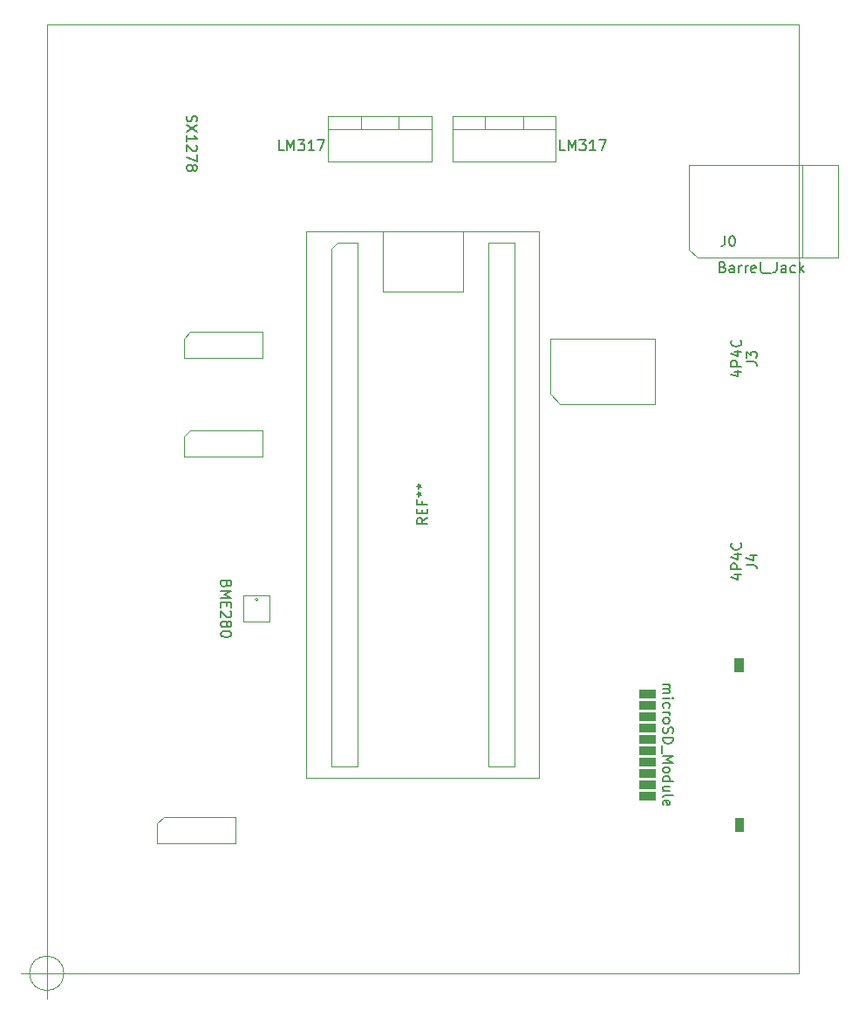
<source format=gbr>
%TF.GenerationSoftware,KiCad,Pcbnew,(6.0.4)*%
%TF.CreationDate,2023-07-19T00:07:21+07:00*%
%TF.ProjectId,05-Prototype-UpdatedComponents,30352d50-726f-4746-9f74-7970652d5570,rev?*%
%TF.SameCoordinates,PX66ff300PY8b3c880*%
%TF.FileFunction,AssemblyDrawing,Top*%
%FSLAX46Y46*%
G04 Gerber Fmt 4.6, Leading zero omitted, Abs format (unit mm)*
G04 Created by KiCad (PCBNEW (6.0.4)) date 2023-07-19 00:07:21*
%MOMM*%
%LPD*%
G01*
G04 APERTURE LIST*
%TA.AperFunction,Profile*%
%ADD10C,0.100000*%
%TD*%
%ADD11C,0.150000*%
%ADD12C,0.120000*%
%ADD13C,0.100000*%
G04 APERTURE END LIST*
D10*
X1666666Y0D02*
G75*
G03*
X1666666Y0I-1666666J0D01*
G01*
X-2500000Y0D02*
X2500000Y0D01*
X0Y2500000D02*
X0Y-2500000D01*
X0Y92000000D02*
X73000000Y92000000D01*
X73000000Y92000000D02*
X73000000Y0D01*
X73000000Y0D02*
X0Y0D01*
X0Y0D02*
X0Y92000000D01*
D11*
%TO.C,U7*%
X17436428Y37763953D02*
X17388809Y37621096D01*
X17341190Y37573477D01*
X17245952Y37525858D01*
X17103095Y37525858D01*
X17007857Y37573477D01*
X16960238Y37621096D01*
X16912619Y37716334D01*
X16912619Y38097286D01*
X17912619Y38097286D01*
X17912619Y37763953D01*
X17865000Y37668715D01*
X17817380Y37621096D01*
X17722142Y37573477D01*
X17626904Y37573477D01*
X17531666Y37621096D01*
X17484047Y37668715D01*
X17436428Y37763953D01*
X17436428Y38097286D01*
X16912619Y37097286D02*
X17912619Y37097286D01*
X17198333Y36763953D01*
X17912619Y36430620D01*
X16912619Y36430620D01*
X17436428Y35954429D02*
X17436428Y35621096D01*
X16912619Y35478239D02*
X16912619Y35954429D01*
X17912619Y35954429D01*
X17912619Y35478239D01*
X17817380Y35097286D02*
X17865000Y35049667D01*
X17912619Y34954429D01*
X17912619Y34716334D01*
X17865000Y34621096D01*
X17817380Y34573477D01*
X17722142Y34525858D01*
X17626904Y34525858D01*
X17484047Y34573477D01*
X16912619Y35144905D01*
X16912619Y34525858D01*
X17484047Y33954429D02*
X17531666Y34049667D01*
X17579285Y34097286D01*
X17674523Y34144905D01*
X17722142Y34144905D01*
X17817380Y34097286D01*
X17865000Y34049667D01*
X17912619Y33954429D01*
X17912619Y33763953D01*
X17865000Y33668715D01*
X17817380Y33621096D01*
X17722142Y33573477D01*
X17674523Y33573477D01*
X17579285Y33621096D01*
X17531666Y33668715D01*
X17484047Y33763953D01*
X17484047Y33954429D01*
X17436428Y34049667D01*
X17388809Y34097286D01*
X17293571Y34144905D01*
X17103095Y34144905D01*
X17007857Y34097286D01*
X16960238Y34049667D01*
X16912619Y33954429D01*
X16912619Y33763953D01*
X16960238Y33668715D01*
X17007857Y33621096D01*
X17103095Y33573477D01*
X17293571Y33573477D01*
X17388809Y33621096D01*
X17436428Y33668715D01*
X17484047Y33763953D01*
X17912619Y32954429D02*
X17912619Y32859191D01*
X17865000Y32763953D01*
X17817380Y32716334D01*
X17722142Y32668715D01*
X17531666Y32621096D01*
X17293571Y32621096D01*
X17103095Y32668715D01*
X17007857Y32716334D01*
X16960238Y32763953D01*
X16912619Y32859191D01*
X16912619Y32954429D01*
X16960238Y33049667D01*
X17007857Y33097286D01*
X17103095Y33144905D01*
X17293571Y33192524D01*
X17531666Y33192524D01*
X17722142Y33144905D01*
X17817380Y33097286D01*
X17865000Y33049667D01*
X17912619Y32954429D01*
%TO.C,U5*%
X13642238Y83166667D02*
X13594619Y83023810D01*
X13594619Y82785715D01*
X13642238Y82690477D01*
X13689857Y82642858D01*
X13785095Y82595239D01*
X13880333Y82595239D01*
X13975571Y82642858D01*
X14023190Y82690477D01*
X14070809Y82785715D01*
X14118428Y82976191D01*
X14166047Y83071429D01*
X14213666Y83119048D01*
X14308904Y83166667D01*
X14404142Y83166667D01*
X14499380Y83119048D01*
X14547000Y83071429D01*
X14594619Y82976191D01*
X14594619Y82738096D01*
X14547000Y82595239D01*
X14594619Y82261905D02*
X13594619Y81595239D01*
X14594619Y81595239D02*
X13594619Y82261905D01*
X13594619Y80690477D02*
X13594619Y81261905D01*
X13594619Y80976191D02*
X14594619Y80976191D01*
X14451761Y81071429D01*
X14356523Y81166667D01*
X14308904Y81261905D01*
X14499380Y80309524D02*
X14547000Y80261905D01*
X14594619Y80166667D01*
X14594619Y79928572D01*
X14547000Y79833334D01*
X14499380Y79785715D01*
X14404142Y79738096D01*
X14308904Y79738096D01*
X14166047Y79785715D01*
X13594619Y80357143D01*
X13594619Y79738096D01*
X14594619Y79404762D02*
X14594619Y78738096D01*
X13594619Y79166667D01*
X14166047Y78214286D02*
X14213666Y78309524D01*
X14261285Y78357143D01*
X14356523Y78404762D01*
X14404142Y78404762D01*
X14499380Y78357143D01*
X14547000Y78309524D01*
X14594619Y78214286D01*
X14594619Y78023810D01*
X14547000Y77928572D01*
X14499380Y77880953D01*
X14404142Y77833334D01*
X14356523Y77833334D01*
X14261285Y77880953D01*
X14213666Y77928572D01*
X14166047Y78023810D01*
X14166047Y78214286D01*
X14118428Y78309524D01*
X14070809Y78357143D01*
X13975571Y78404762D01*
X13785095Y78404762D01*
X13689857Y78357143D01*
X13642238Y78309524D01*
X13594619Y78214286D01*
X13594619Y78023810D01*
X13642238Y77928572D01*
X13689857Y77880953D01*
X13785095Y77833334D01*
X13975571Y77833334D01*
X14070809Y77880953D01*
X14118428Y77928572D01*
X14166047Y78023810D01*
%TO.C,U3*%
X59822619Y28008334D02*
X60489285Y28008334D01*
X60394047Y28008334D02*
X60441666Y27960715D01*
X60489285Y27865477D01*
X60489285Y27722620D01*
X60441666Y27627381D01*
X60346428Y27579762D01*
X59822619Y27579762D01*
X60346428Y27579762D02*
X60441666Y27532143D01*
X60489285Y27436905D01*
X60489285Y27294048D01*
X60441666Y27198810D01*
X60346428Y27151191D01*
X59822619Y27151191D01*
X59822619Y26675000D02*
X60489285Y26675000D01*
X60822619Y26675000D02*
X60775000Y26722620D01*
X60727380Y26675000D01*
X60775000Y26627381D01*
X60822619Y26675000D01*
X60727380Y26675000D01*
X59870238Y25770239D02*
X59822619Y25865477D01*
X59822619Y26055953D01*
X59870238Y26151191D01*
X59917857Y26198810D01*
X60013095Y26246429D01*
X60298809Y26246429D01*
X60394047Y26198810D01*
X60441666Y26151191D01*
X60489285Y26055953D01*
X60489285Y25865477D01*
X60441666Y25770239D01*
X59822619Y25341667D02*
X60489285Y25341667D01*
X60298809Y25341667D02*
X60394047Y25294048D01*
X60441666Y25246429D01*
X60489285Y25151191D01*
X60489285Y25055953D01*
X59822619Y24579762D02*
X59870238Y24675000D01*
X59917857Y24722620D01*
X60013095Y24770239D01*
X60298809Y24770239D01*
X60394047Y24722620D01*
X60441666Y24675000D01*
X60489285Y24579762D01*
X60489285Y24436905D01*
X60441666Y24341667D01*
X60394047Y24294048D01*
X60298809Y24246429D01*
X60013095Y24246429D01*
X59917857Y24294048D01*
X59870238Y24341667D01*
X59822619Y24436905D01*
X59822619Y24579762D01*
X59870238Y23865477D02*
X59822619Y23722620D01*
X59822619Y23484524D01*
X59870238Y23389286D01*
X59917857Y23341667D01*
X60013095Y23294048D01*
X60108333Y23294048D01*
X60203571Y23341667D01*
X60251190Y23389286D01*
X60298809Y23484524D01*
X60346428Y23675000D01*
X60394047Y23770239D01*
X60441666Y23817858D01*
X60536904Y23865477D01*
X60632142Y23865477D01*
X60727380Y23817858D01*
X60775000Y23770239D01*
X60822619Y23675000D01*
X60822619Y23436905D01*
X60775000Y23294048D01*
X59822619Y22865477D02*
X60822619Y22865477D01*
X60822619Y22627381D01*
X60775000Y22484524D01*
X60679761Y22389286D01*
X60584523Y22341667D01*
X60394047Y22294048D01*
X60251190Y22294048D01*
X60060714Y22341667D01*
X59965476Y22389286D01*
X59870238Y22484524D01*
X59822619Y22627381D01*
X59822619Y22865477D01*
X59727380Y22103572D02*
X59727380Y21341667D01*
X59822619Y21103572D02*
X60822619Y21103572D01*
X60108333Y20770239D01*
X60822619Y20436905D01*
X59822619Y20436905D01*
X59822619Y19817858D02*
X59870238Y19913096D01*
X59917857Y19960715D01*
X60013095Y20008334D01*
X60298809Y20008334D01*
X60394047Y19960715D01*
X60441666Y19913096D01*
X60489285Y19817858D01*
X60489285Y19675000D01*
X60441666Y19579762D01*
X60394047Y19532143D01*
X60298809Y19484524D01*
X60013095Y19484524D01*
X59917857Y19532143D01*
X59870238Y19579762D01*
X59822619Y19675000D01*
X59822619Y19817858D01*
X59822619Y18627381D02*
X60822619Y18627381D01*
X59870238Y18627381D02*
X59822619Y18722620D01*
X59822619Y18913096D01*
X59870238Y19008334D01*
X59917857Y19055953D01*
X60013095Y19103572D01*
X60298809Y19103572D01*
X60394047Y19055953D01*
X60441666Y19008334D01*
X60489285Y18913096D01*
X60489285Y18722620D01*
X60441666Y18627381D01*
X60489285Y17722620D02*
X59822619Y17722620D01*
X60489285Y18151191D02*
X59965476Y18151191D01*
X59870238Y18103572D01*
X59822619Y18008334D01*
X59822619Y17865477D01*
X59870238Y17770239D01*
X59917857Y17722620D01*
X59822619Y17103572D02*
X59870238Y17198810D01*
X59965476Y17246429D01*
X60822619Y17246429D01*
X59870238Y16341667D02*
X59822619Y16436905D01*
X59822619Y16627381D01*
X59870238Y16722620D01*
X59965476Y16770239D01*
X60346428Y16770239D01*
X60441666Y16722620D01*
X60489285Y16627381D01*
X60489285Y16436905D01*
X60441666Y16341667D01*
X60346428Y16294048D01*
X60251190Y16294048D01*
X60155952Y16770239D01*
%TO.C,U2*%
X23024523Y79817620D02*
X22548333Y79817620D01*
X22548333Y80817620D01*
X23357857Y79817620D02*
X23357857Y80817620D01*
X23691190Y80103334D01*
X24024523Y80817620D01*
X24024523Y79817620D01*
X24405476Y80817620D02*
X25024523Y80817620D01*
X24691190Y80436667D01*
X24834047Y80436667D01*
X24929285Y80389048D01*
X24976904Y80341429D01*
X25024523Y80246191D01*
X25024523Y80008096D01*
X24976904Y79912858D01*
X24929285Y79865239D01*
X24834047Y79817620D01*
X24548333Y79817620D01*
X24453095Y79865239D01*
X24405476Y79912858D01*
X25976904Y79817620D02*
X25405476Y79817620D01*
X25691190Y79817620D02*
X25691190Y80817620D01*
X25595952Y80674762D01*
X25500714Y80579524D01*
X25405476Y80531905D01*
X26310238Y80817620D02*
X26976904Y80817620D01*
X26548333Y79817620D01*
%TO.C,U1*%
X50329523Y79817620D02*
X49853333Y79817620D01*
X49853333Y80817620D01*
X50662857Y79817620D02*
X50662857Y80817620D01*
X50996190Y80103334D01*
X51329523Y80817620D01*
X51329523Y79817620D01*
X51710476Y80817620D02*
X52329523Y80817620D01*
X51996190Y80436667D01*
X52139047Y80436667D01*
X52234285Y80389048D01*
X52281904Y80341429D01*
X52329523Y80246191D01*
X52329523Y80008096D01*
X52281904Y79912858D01*
X52234285Y79865239D01*
X52139047Y79817620D01*
X51853333Y79817620D01*
X51758095Y79865239D01*
X51710476Y79912858D01*
X53281904Y79817620D02*
X52710476Y79817620D01*
X52996190Y79817620D02*
X52996190Y80817620D01*
X52900952Y80674762D01*
X52805714Y80579524D01*
X52710476Y80531905D01*
X53615238Y80817620D02*
X54281904Y80817620D01*
X53853333Y79817620D01*
%TO.C,U0*%
X36952380Y44166667D02*
X36476190Y43833334D01*
X36952380Y43595239D02*
X35952380Y43595239D01*
X35952380Y43976191D01*
X36000000Y44071429D01*
X36047619Y44119048D01*
X36142857Y44166667D01*
X36285714Y44166667D01*
X36380952Y44119048D01*
X36428571Y44071429D01*
X36476190Y43976191D01*
X36476190Y43595239D01*
X36428571Y44595239D02*
X36428571Y44928572D01*
X36952380Y45071429D02*
X36952380Y44595239D01*
X35952380Y44595239D01*
X35952380Y45071429D01*
X36428571Y45833334D02*
X36428571Y45500000D01*
X36952380Y45500000D02*
X35952380Y45500000D01*
X35952380Y45976191D01*
X35952380Y46500000D02*
X36190476Y46500000D01*
X36095238Y46261905D02*
X36190476Y46500000D01*
X36095238Y46738096D01*
X36380952Y46357143D02*
X36190476Y46500000D01*
X36380952Y46642858D01*
X35952380Y47261905D02*
X36190476Y47261905D01*
X36095238Y47023810D02*
X36190476Y47261905D01*
X36095238Y47500000D01*
X36380952Y47119048D02*
X36190476Y47261905D01*
X36380952Y47404762D01*
%TO.C,J4*%
X66775714Y38669286D02*
X67442380Y38669286D01*
X66394761Y38431191D02*
X67109047Y38193096D01*
X67109047Y38812143D01*
X67442380Y39193096D02*
X66442380Y39193096D01*
X66442380Y39574048D01*
X66490000Y39669286D01*
X66537619Y39716905D01*
X66632857Y39764524D01*
X66775714Y39764524D01*
X66870952Y39716905D01*
X66918571Y39669286D01*
X66966190Y39574048D01*
X66966190Y39193096D01*
X66775714Y40621667D02*
X67442380Y40621667D01*
X66394761Y40383572D02*
X67109047Y40145477D01*
X67109047Y40764524D01*
X67347142Y41716905D02*
X67394761Y41669286D01*
X67442380Y41526429D01*
X67442380Y41431191D01*
X67394761Y41288334D01*
X67299523Y41193096D01*
X67204285Y41145477D01*
X67013809Y41097858D01*
X66870952Y41097858D01*
X66680476Y41145477D01*
X66585238Y41193096D01*
X66490000Y41288334D01*
X66442380Y41431191D01*
X66442380Y41526429D01*
X66490000Y41669286D01*
X66537619Y41716905D01*
X67942380Y39621667D02*
X68656666Y39621667D01*
X68799523Y39574048D01*
X68894761Y39478810D01*
X68942380Y39335953D01*
X68942380Y39240715D01*
X68275714Y40526429D02*
X68942380Y40526429D01*
X67894761Y40288334D02*
X68609047Y40050239D01*
X68609047Y40669286D01*
%TO.C,J3*%
X66775714Y58354286D02*
X67442380Y58354286D01*
X66394761Y58116191D02*
X67109047Y57878096D01*
X67109047Y58497143D01*
X67442380Y58878096D02*
X66442380Y58878096D01*
X66442380Y59259048D01*
X66490000Y59354286D01*
X66537619Y59401905D01*
X66632857Y59449524D01*
X66775714Y59449524D01*
X66870952Y59401905D01*
X66918571Y59354286D01*
X66966190Y59259048D01*
X66966190Y58878096D01*
X66775714Y60306667D02*
X67442380Y60306667D01*
X66394761Y60068572D02*
X67109047Y59830477D01*
X67109047Y60449524D01*
X67347142Y61401905D02*
X67394761Y61354286D01*
X67442380Y61211429D01*
X67442380Y61116191D01*
X67394761Y60973334D01*
X67299523Y60878096D01*
X67204285Y60830477D01*
X67013809Y60782858D01*
X66870952Y60782858D01*
X66680476Y60830477D01*
X66585238Y60878096D01*
X66490000Y60973334D01*
X66442380Y61116191D01*
X66442380Y61211429D01*
X66490000Y61354286D01*
X66537619Y61401905D01*
X67942380Y59306667D02*
X68656666Y59306667D01*
X68799523Y59259048D01*
X68894761Y59163810D01*
X68942380Y59020953D01*
X68942380Y58925715D01*
X67942380Y59687620D02*
X67942380Y60306667D01*
X68323333Y59973334D01*
X68323333Y60116191D01*
X68370952Y60211429D01*
X68418571Y60259048D01*
X68513809Y60306667D01*
X68751904Y60306667D01*
X68847142Y60259048D01*
X68894761Y60211429D01*
X68942380Y60116191D01*
X68942380Y59830477D01*
X68894761Y59735239D01*
X68847142Y59687620D01*
%TO.C,J0*%
X65626904Y68493929D02*
X65769761Y68446310D01*
X65817380Y68398691D01*
X65865000Y68303453D01*
X65865000Y68160596D01*
X65817380Y68065358D01*
X65769761Y68017739D01*
X65674523Y67970120D01*
X65293571Y67970120D01*
X65293571Y68970120D01*
X65626904Y68970120D01*
X65722142Y68922500D01*
X65769761Y68874881D01*
X65817380Y68779643D01*
X65817380Y68684405D01*
X65769761Y68589167D01*
X65722142Y68541548D01*
X65626904Y68493929D01*
X65293571Y68493929D01*
X66722142Y67970120D02*
X66722142Y68493929D01*
X66674523Y68589167D01*
X66579285Y68636786D01*
X66388809Y68636786D01*
X66293571Y68589167D01*
X66722142Y68017739D02*
X66626904Y67970120D01*
X66388809Y67970120D01*
X66293571Y68017739D01*
X66245952Y68112977D01*
X66245952Y68208215D01*
X66293571Y68303453D01*
X66388809Y68351072D01*
X66626904Y68351072D01*
X66722142Y68398691D01*
X67198333Y67970120D02*
X67198333Y68636786D01*
X67198333Y68446310D02*
X67245952Y68541548D01*
X67293571Y68589167D01*
X67388809Y68636786D01*
X67484047Y68636786D01*
X67817380Y67970120D02*
X67817380Y68636786D01*
X67817380Y68446310D02*
X67865000Y68541548D01*
X67912619Y68589167D01*
X68007857Y68636786D01*
X68103095Y68636786D01*
X68817380Y68017739D02*
X68722142Y67970120D01*
X68531666Y67970120D01*
X68436428Y68017739D01*
X68388809Y68112977D01*
X68388809Y68493929D01*
X68436428Y68589167D01*
X68531666Y68636786D01*
X68722142Y68636786D01*
X68817380Y68589167D01*
X68865000Y68493929D01*
X68865000Y68398691D01*
X68388809Y68303453D01*
X69436428Y67970120D02*
X69341190Y68017739D01*
X69293571Y68112977D01*
X69293571Y68970120D01*
X69579285Y67874881D02*
X70341190Y67874881D01*
X70865000Y68970120D02*
X70865000Y68255834D01*
X70817380Y68112977D01*
X70722142Y68017739D01*
X70579285Y67970120D01*
X70484047Y67970120D01*
X71769761Y67970120D02*
X71769761Y68493929D01*
X71722142Y68589167D01*
X71626904Y68636786D01*
X71436428Y68636786D01*
X71341190Y68589167D01*
X71769761Y68017739D02*
X71674523Y67970120D01*
X71436428Y67970120D01*
X71341190Y68017739D01*
X71293571Y68112977D01*
X71293571Y68208215D01*
X71341190Y68303453D01*
X71436428Y68351072D01*
X71674523Y68351072D01*
X71769761Y68398691D01*
X72674523Y68017739D02*
X72579285Y67970120D01*
X72388809Y67970120D01*
X72293571Y68017739D01*
X72245952Y68065358D01*
X72198333Y68160596D01*
X72198333Y68446310D01*
X72245952Y68541548D01*
X72293571Y68589167D01*
X72388809Y68636786D01*
X72579285Y68636786D01*
X72674523Y68589167D01*
X73103095Y67970120D02*
X73103095Y68970120D01*
X73198333Y68351072D02*
X73484047Y67970120D01*
X73484047Y68636786D02*
X73103095Y68255834D01*
X65831666Y71520120D02*
X65831666Y70805834D01*
X65784047Y70662977D01*
X65688809Y70567739D01*
X65545952Y70520120D01*
X65450714Y70520120D01*
X66498333Y71520120D02*
X66593571Y71520120D01*
X66688809Y71472500D01*
X66736428Y71424881D01*
X66784047Y71329643D01*
X66831666Y71139167D01*
X66831666Y70901072D01*
X66784047Y70710596D01*
X66736428Y70615358D01*
X66688809Y70567739D01*
X66593571Y70520120D01*
X66498333Y70520120D01*
X66403095Y70567739D01*
X66355476Y70615358D01*
X66307857Y70710596D01*
X66260238Y70901072D01*
X66260238Y71139167D01*
X66307857Y71329643D01*
X66355476Y71424881D01*
X66403095Y71472500D01*
X66498333Y71520120D01*
D12*
%TO.C,U7*%
X21625000Y36633000D02*
X19125000Y36633000D01*
X19125000Y36633000D02*
X19125000Y34133000D01*
X19125000Y34133000D02*
X21625000Y34133000D01*
X21625000Y34133000D02*
X21625000Y36633000D01*
X20516327Y36253000D02*
G75*
G03*
X20516327Y36253000I-151327J0D01*
G01*
D13*
%TO.C,U6*%
X49855000Y55180000D02*
X48855000Y56180000D01*
X59015000Y61530000D02*
X59015000Y55180000D01*
X48855000Y56180000D02*
X48855000Y61530000D01*
X59015000Y55180000D02*
X49855000Y55180000D01*
X48855000Y61530000D02*
X59015000Y61530000D01*
%TO.C,U3*%
X59050000Y24235000D02*
X57550000Y24235000D01*
X57550000Y24235000D02*
X57550000Y23435000D01*
X57550000Y23435000D02*
X59050000Y23435000D01*
X59050000Y23435000D02*
X59050000Y24235000D01*
G36*
X59050000Y24235000D02*
G01*
X57550000Y24235000D01*
X57550000Y23435000D01*
X59050000Y23435000D01*
X59050000Y24235000D01*
G37*
X67580000Y15065000D02*
X66800000Y15065000D01*
X66800000Y15065000D02*
X66800000Y13825000D01*
X66800000Y13825000D02*
X67580000Y13825000D01*
X67580000Y13825000D02*
X67580000Y15065000D01*
G36*
X67580000Y15065000D02*
G01*
X66800000Y15065000D01*
X66800000Y13825000D01*
X67580000Y13825000D01*
X67580000Y15065000D01*
G37*
X59050000Y18735000D02*
X57550000Y18735000D01*
X57550000Y18735000D02*
X57550000Y17935000D01*
X57550000Y17935000D02*
X59050000Y17935000D01*
X59050000Y17935000D02*
X59050000Y18735000D01*
G36*
X59050000Y18735000D02*
G01*
X57550000Y18735000D01*
X57550000Y17935000D01*
X59050000Y17935000D01*
X59050000Y18735000D01*
G37*
X59050000Y23135000D02*
X57550000Y23135000D01*
X57550000Y23135000D02*
X57550000Y22335000D01*
X57550000Y22335000D02*
X59050000Y22335000D01*
X59050000Y22335000D02*
X59050000Y23135000D01*
G36*
X59050000Y23135000D02*
G01*
X57550000Y23135000D01*
X57550000Y22335000D01*
X59050000Y22335000D01*
X59050000Y23135000D01*
G37*
X59040000Y25325000D02*
X57540000Y25325000D01*
X57540000Y25325000D02*
X57540000Y24525000D01*
X57540000Y24525000D02*
X59040000Y24525000D01*
X59040000Y24525000D02*
X59040000Y25325000D01*
G36*
X59040000Y25325000D02*
G01*
X57540000Y25325000D01*
X57540000Y24525000D01*
X59040000Y24525000D01*
X59040000Y25325000D01*
G37*
X59050000Y26435000D02*
X57550000Y26435000D01*
X57550000Y26435000D02*
X57550000Y25635000D01*
X57550000Y25635000D02*
X59050000Y25635000D01*
X59050000Y25635000D02*
X59050000Y26435000D01*
G36*
X59050000Y26435000D02*
G01*
X57550000Y26435000D01*
X57550000Y25635000D01*
X59050000Y25635000D01*
X59050000Y26435000D01*
G37*
X59050000Y17635000D02*
X57550000Y17635000D01*
X57550000Y17635000D02*
X57550000Y16835000D01*
X57550000Y16835000D02*
X59050000Y16835000D01*
X59050000Y16835000D02*
X59050000Y17635000D01*
G36*
X59050000Y17635000D02*
G01*
X57550000Y17635000D01*
X57550000Y16835000D01*
X59050000Y16835000D01*
X59050000Y17635000D01*
G37*
X59050000Y20935000D02*
X57550000Y20935000D01*
X57550000Y20935000D02*
X57550000Y20135000D01*
X57550000Y20135000D02*
X59050000Y20135000D01*
X59050000Y20135000D02*
X59050000Y20935000D01*
G36*
X59050000Y20935000D02*
G01*
X57550000Y20935000D01*
X57550000Y20135000D01*
X59050000Y20135000D01*
X59050000Y20935000D01*
G37*
X59050000Y19835000D02*
X57550000Y19835000D01*
X57550000Y19835000D02*
X57550000Y19035000D01*
X57550000Y19035000D02*
X59050000Y19035000D01*
X59050000Y19035000D02*
X59050000Y19835000D01*
G36*
X59050000Y19835000D02*
G01*
X57550000Y19835000D01*
X57550000Y19035000D01*
X59050000Y19035000D01*
X59050000Y19835000D01*
G37*
X59050000Y27535000D02*
X57550000Y27535000D01*
X57550000Y27535000D02*
X57550000Y26735000D01*
X57550000Y26735000D02*
X59050000Y26735000D01*
X59050000Y26735000D02*
X59050000Y27535000D01*
G36*
X59050000Y27535000D02*
G01*
X57550000Y27535000D01*
X57550000Y26735000D01*
X59050000Y26735000D01*
X59050000Y27535000D01*
G37*
X59050000Y22035000D02*
X57550000Y22035000D01*
X57550000Y22035000D02*
X57550000Y21235000D01*
X57550000Y21235000D02*
X59050000Y21235000D01*
X59050000Y21235000D02*
X59050000Y22035000D01*
G36*
X59050000Y22035000D02*
G01*
X57550000Y22035000D01*
X57550000Y21235000D01*
X59050000Y21235000D01*
X59050000Y22035000D01*
G37*
X67560000Y30525000D02*
X66780000Y30525000D01*
X66780000Y30525000D02*
X66780000Y29285000D01*
X66780000Y29285000D02*
X67560000Y29285000D01*
X67560000Y29285000D02*
X67560000Y30525000D01*
G36*
X67560000Y30525000D02*
G01*
X66780000Y30525000D01*
X66780000Y29285000D01*
X67560000Y29285000D01*
X67560000Y30525000D01*
G37*
%TO.C,U2*%
X27335000Y83110000D02*
X27335000Y78710000D01*
X30485000Y83110000D02*
X30485000Y81840000D01*
X27335000Y78710000D02*
X37335000Y78710000D01*
X37335000Y83110000D02*
X27335000Y83110000D01*
X27335000Y81840000D02*
X37335000Y81840000D01*
X34185000Y83110000D02*
X34185000Y81840000D01*
X37335000Y78710000D02*
X37335000Y83110000D01*
%TO.C,U1*%
X49400000Y78710000D02*
X49400000Y83110000D01*
X46250000Y83110000D02*
X46250000Y81840000D01*
X39400000Y81840000D02*
X49400000Y81840000D01*
X49400000Y83110000D02*
X39400000Y83110000D01*
X39400000Y78710000D02*
X49400000Y78710000D01*
X42550000Y83110000D02*
X42550000Y81840000D01*
X39400000Y83110000D02*
X39400000Y78710000D01*
D12*
%TO.C,U0*%
X25200000Y72000000D02*
X47800000Y72000000D01*
X25200000Y19000000D02*
X25200000Y71950000D01*
X25200000Y19000000D02*
X47800000Y19000000D01*
X47800000Y72000000D02*
X47800000Y19000000D01*
D13*
X32600000Y66150000D02*
X40400000Y66150000D01*
X32600000Y66150000D02*
X32600000Y71950000D01*
X40400000Y66150000D02*
X40400000Y71950000D01*
X27610000Y70265000D02*
X28245000Y70900000D01*
X28245000Y70900000D02*
X30150000Y70900000D01*
X30150000Y70900000D02*
X30150000Y20100000D01*
X30150000Y20100000D02*
X27610000Y20100000D01*
X27610000Y20100000D02*
X27610000Y70265000D01*
X42850000Y70900000D02*
X45390000Y70900000D01*
X45390000Y70900000D02*
X45390000Y20100000D01*
X45390000Y20100000D02*
X42850000Y20100000D01*
X42850000Y20100000D02*
X42850000Y70900000D01*
%TO.C,J5*%
X13300000Y52045000D02*
X13935000Y52680000D01*
X13935000Y52680000D02*
X20920000Y52680000D01*
X13300000Y50140000D02*
X13300000Y52045000D01*
X20920000Y52680000D02*
X20920000Y50140000D01*
X20920000Y50140000D02*
X13300000Y50140000D01*
%TO.C,J2*%
X20920000Y59665000D02*
X13300000Y59665000D01*
X20920000Y62205000D02*
X20920000Y59665000D01*
X13300000Y59665000D02*
X13300000Y61570000D01*
X13935000Y62205000D02*
X20920000Y62205000D01*
X13300000Y61570000D02*
X13935000Y62205000D01*
%TO.C,J1*%
X10745000Y14555000D02*
X11380000Y15190000D01*
X11380000Y15190000D02*
X18365000Y15190000D01*
X10745000Y12650000D02*
X10745000Y14555000D01*
X18365000Y15190000D02*
X18365000Y12650000D01*
X18365000Y12650000D02*
X10745000Y12650000D01*
%TO.C,J0*%
X73365000Y69422500D02*
X73365000Y78422500D01*
X76865000Y78422500D02*
X62365000Y78422500D01*
X63165000Y69422500D02*
X76865000Y69422500D01*
X63168213Y69417075D02*
X62365000Y70172500D01*
X62365000Y78422500D02*
X62365000Y70172500D01*
X76865000Y69422500D02*
X76865000Y78422500D01*
%TD*%
M02*

</source>
